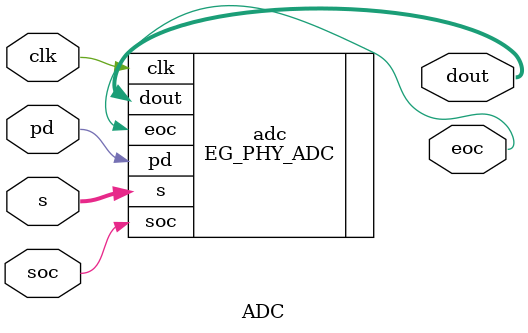
<source format=v>

`timescale 1ns / 1ps
module ADC  // ADC.v(14)
  (
  clk,
  pd,
  s,
  soc,
  dout,
  eoc
  );

  input clk;  // ADC.v(18)
  input pd;  // ADC.v(19)
  input [2:0] s;  // ADC.v(20)
  input soc;  // ADC.v(21)
  output [11:0] dout;  // ADC.v(16)
  output eoc;  // ADC.v(15)


  EG_PHY_ADC #(
    .CH0("DISABLE"),
    .CH1("DISABLE"),
    .CH2("DISABLE"),
    .CH3("DISABLE"),
    .CH4("ENABLE"),
    .CH5("DISABLE"),
    .CH6("ENABLE"),
    .CH7("DISABLE"),
    .VREF("DISABLE"))
    adc (
    .clk(clk),
    .pd(pd),
    .s(s),
    .soc(soc),
    .dout(dout),
    .eoc(eoc));  // ADC.v(26)
  EG_PHY_CONFIG #(
    .DONE_PERSISTN("ENABLE"),
    .INIT_PERSISTN("ENABLE"),
    .JTAG_PERSISTN("DISABLE"),
    .PROGRAMN_PERSISTN("DISABLE"))
    config_inst ();

endmodule 


</source>
